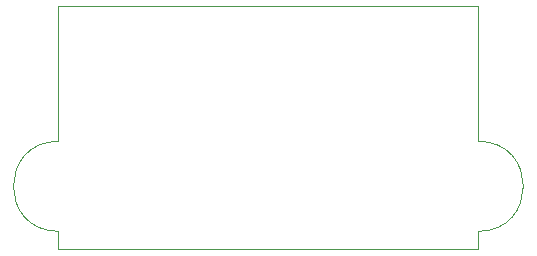
<source format=gbr>
%TF.GenerationSoftware,KiCad,Pcbnew,(6.0.0)*%
%TF.CreationDate,2022-01-24T18:04:17-05:00*%
%TF.ProjectId,3do switch,33646f20-7377-4697-9463-682e6b696361,rev?*%
%TF.SameCoordinates,Original*%
%TF.FileFunction,Profile,NP*%
%FSLAX46Y46*%
G04 Gerber Fmt 4.6, Leading zero omitted, Abs format (unit mm)*
G04 Created by KiCad (PCBNEW (6.0.0)) date 2022-01-24 18:04:17*
%MOMM*%
%LPD*%
G01*
G04 APERTURE LIST*
%TA.AperFunction,Profile*%
%ADD10C,0.100000*%
%TD*%
G04 APERTURE END LIST*
D10*
X167640000Y-104394000D02*
X132080000Y-104394000D01*
X132080000Y-104394000D02*
X132080000Y-102870000D01*
X167640000Y-102870000D02*
X167640000Y-104394000D01*
X132080000Y-95250000D02*
G75*
G03*
X132080000Y-102870000I0J-3810000D01*
G01*
X132080000Y-83820000D02*
X167640000Y-83820000D01*
X167640000Y-83820000D02*
X167640000Y-95250000D01*
X132080000Y-95250000D02*
X132080000Y-83820000D01*
X167640000Y-102870000D02*
G75*
G03*
X167640000Y-95250000I0J3810000D01*
G01*
M02*

</source>
